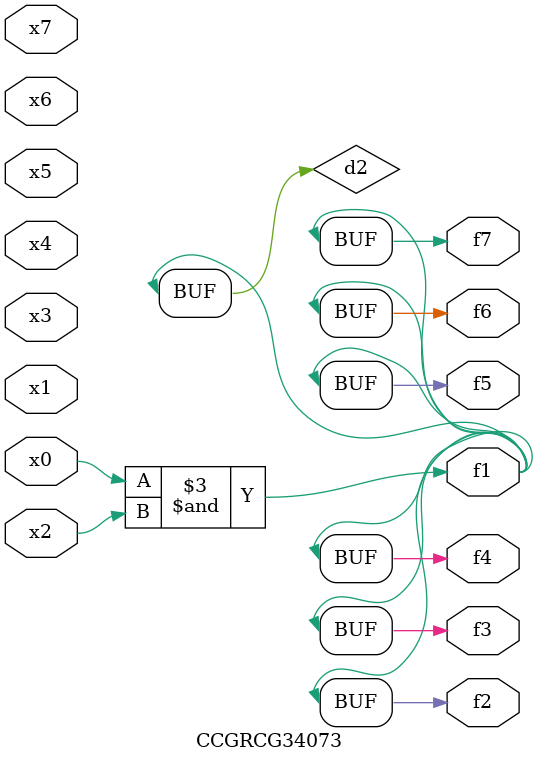
<source format=v>
module CCGRCG34073(
	input x0, x1, x2, x3, x4, x5, x6, x7,
	output f1, f2, f3, f4, f5, f6, f7
);

	wire d1, d2;

	nor (d1, x3, x6);
	and (d2, x0, x2);
	assign f1 = d2;
	assign f2 = d2;
	assign f3 = d2;
	assign f4 = d2;
	assign f5 = d2;
	assign f6 = d2;
	assign f7 = d2;
endmodule

</source>
